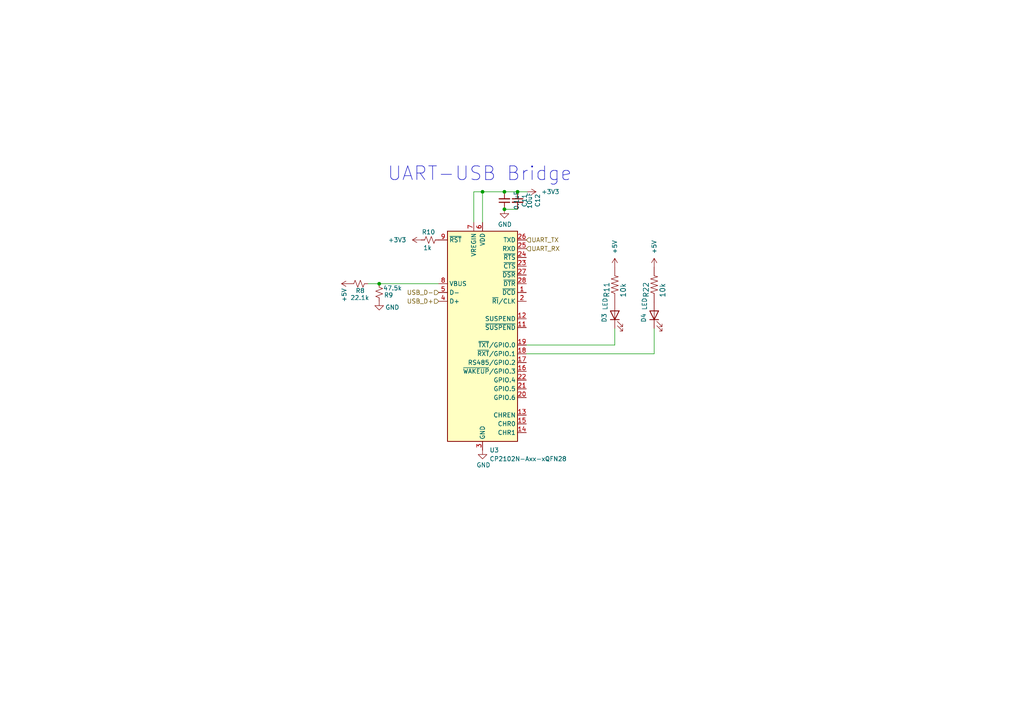
<source format=kicad_sch>
(kicad_sch (version 20230121) (generator eeschema)
  (paper "A4")
  (lib_symbols
    (symbol "Device:C_Small" (pin_numbers hide) (pin_names (offset 0.254) hide)
      (property "Reference" "C" (at 0.254 1.778 0))
      (property "Value" "C_Small" (at 0.254 -2.032 0))
      (symbol "C_Small_0_1"
        (polyline (pts (xy -1.524 -0.508) (xy 1.524 -0.508)) (stroke (width 0.3302)))
        (polyline (pts (xy -1.524 0.508) (xy 1.524 0.508)) (stroke (width 0.3048)))
      )
      (symbol "C_Small_1_1"
        (pin passive line (at 0 2.54 270) (length 2.032) (name "~") (number "1"))
        (pin passive line (at 0 -2.54 90) (length 2.032) (name "~") (number "2"))
      )
    )
    (symbol "Device:LED" (pin_numbers hide) (pin_names (offset 1.016) hide)
      (property "Reference" "D" (at 0 2.54 0))
      (property "Value" "LED" (at 0 -2.54 0))
      (symbol "LED_0_1"
        (polyline (pts (xy -1.27 -1.27) (xy -1.27 1.27)) (stroke (width 0.254)))
        (polyline (pts (xy -1.27 0) (xy 1.27 0)))
        (polyline (pts (xy 1.27 -1.27) (xy 1.27 1.27) (xy -1.27 0) (xy 1.27 -1.27)) (stroke (width 0.254)))
        (polyline (pts (xy -3.048 -0.762) (xy -4.572 -2.286) (xy -3.81 -2.286) (xy -4.572 -2.286) (xy -4.572 -1.524)))
        (polyline (pts (xy -1.778 -0.762) (xy -3.302 -2.286) (xy -2.54 -2.286) (xy -3.302 -2.286) (xy -3.302 -1.524)))
      )
      (symbol "LED_1_1"
        (pin passive line (at -3.81 0 0) (length 2.54) (name "K") (number "1"))
        (pin passive line (at 3.81 0 180) (length 2.54) (name "A") (number "2"))
      )
    )
    (symbol "Device:R_Small_US" (pin_numbers hide) (pin_names (offset 0.254) hide)
      (property "Reference" "R" (at 0.762 0.508 0))
      (property "Value" "R_Small_US" (at 0.762 -1.016 0))
      (symbol "R_Small_US_1_1"
        (polyline (pts (xy 0 0) (xy 1.016 -0.381) (xy 0 -0.762) (xy -1.016 -1.143) (xy 0 -1.524)))
        (polyline (pts (xy 0 1.524) (xy 1.016 1.143) (xy 0 0.762) (xy -1.016 0.381) (xy 0 0)))
        (pin passive line (at 0 2.54 270) (length 1.016) (name "~") (number "1"))
        (pin passive line (at 0 -2.54 90) (length 1.016) (name "~") (number "2"))
      )
    )
    (symbol "EK-TM4C1294XL_REV_D-eagle-import:R-US_R0402" (pin_names (offset 1.016))
      (property "Reference" "R" (at -3.81 1.4986 0))
      (property "Value" "R-US_R0402" (at -3.81 -3.302 0))
      (symbol "R-US_R0402_1_0"
        (polyline (pts (xy -2.54 0) (xy -2.159 1.016)))
        (polyline (pts (xy -2.159 1.016) (xy -1.524 -1.016)))
        (polyline (pts (xy -1.524 -1.016) (xy -0.889 1.016)))
        (polyline (pts (xy -0.889 1.016) (xy -0.254 -1.016)))
        (polyline (pts (xy -0.254 -1.016) (xy 0.381 1.016)))
        (polyline (pts (xy 0.381 1.016) (xy 1.016 -1.016)))
        (polyline (pts (xy 1.016 -1.016) (xy 1.651 1.016)))
        (polyline (pts (xy 1.651 1.016) (xy 2.286 -1.016)))
        (polyline (pts (xy 2.286 -1.016) (xy 2.54 0)))
        (pin passive line (at -5.08 0 0) (length 2.54) (name "1") (number "1"))
        (pin passive line (at 5.08 0 180) (length 2.54) (name "2") (number "2"))
      )
    )
    (symbol "Interface_USB:CP2102N-Axx-xQFN28"
      (property "Reference" "U" (at -8.89 31.75 0))
      (property "Value" "CP2102N-Axx-xQFN28" (at 12.7 31.75 0))
      (symbol "CP2102N-Axx-xQFN28_0_1"
        (rectangle (start -10.16 30.48) (end 10.16 -30.48) (stroke (width 0.254)) (fill (type background)))
      )
      (symbol "CP2102N-Axx-xQFN28_1_1"
        (pin input line (at 12.7 12.7 180) (length 2.54) (name "~{DCD}") (number "1"))
        (pin no_connect line (at -10.16 -27.94 0) (length 2.54) hide (name "NC") (number "10"))
        (pin output line (at 12.7 2.54 180) (length 2.54) (name "~{SUSPEND}") (number "11"))
        (pin output line (at 12.7 5.08 180) (length 2.54) (name "SUSPEND") (number "12"))
        (pin output line (at 12.7 -22.86 180) (length 2.54) (name "CHREN") (number "13"))
        (pin output line (at 12.7 -27.94 180) (length 2.54) (name "CHR1") (number "14"))
        (pin output line (at 12.7 -25.4 180) (length 2.54) (name "CHR0") (number "15"))
        (pin bidirectional line (at 12.7 -10.16 180) (length 2.54) (name "~{WAKEUP}/GPIO.3") (number "16"))
        (pin bidirectional line (at 12.7 -7.62 180) (length 2.54) (name "RS485/GPIO.2") (number "17"))
        (pin bidirectional line (at 12.7 -5.08 180) (length 2.54) (name "~{RXT}/GPIO.1") (number "18"))
        (pin bidirectional line (at 12.7 -2.54 180) (length 2.54) (name "~{TXT}/GPIO.0") (number "19"))
        (pin bidirectional line (at 12.7 10.16 180) (length 2.54) (name "~{RI}/CLK") (number "2"))
        (pin bidirectional line (at 12.7 -17.78 180) (length 2.54) (name "GPIO.6") (number "20"))
        (pin bidirectional line (at 12.7 -15.24 180) (length 2.54) (name "GPIO.5") (number "21"))
        (pin bidirectional line (at 12.7 -12.7 180) (length 2.54) (name "GPIO.4") (number "22"))
        (pin input line (at 12.7 20.32 180) (length 2.54) (name "~{CTS}") (number "23"))
        (pin output line (at 12.7 22.86 180) (length 2.54) (name "~{RTS}") (number "24"))
        (pin input line (at 12.7 25.4 180) (length 2.54) (name "RXD") (number "25"))
        (pin output line (at 12.7 27.94 180) (length 2.54) (name "TXD") (number "26"))
        (pin input line (at 12.7 17.78 180) (length 2.54) (name "~{DSR}") (number "27"))
        (pin output line (at 12.7 15.24 180) (length 2.54) (name "~{DTR}") (number "28"))
        (pin passive line (at 0 -33.02 90) (length 2.54) hide (name "GND") (number "29"))
        (pin power_in line (at 0 -33.02 90) (length 2.54) (name "GND") (number "3"))
        (pin bidirectional line (at -12.7 10.16 0) (length 2.54) (name "D+") (number "4"))
        (pin bidirectional line (at -12.7 12.7 0) (length 2.54) (name "D-") (number "5"))
        (pin power_in line (at 0 33.02 270) (length 2.54) (name "VDD") (number "6"))
        (pin power_in line (at -2.54 33.02 270) (length 2.54) (name "VREGIN") (number "7"))
        (pin input line (at -12.7 15.24 0) (length 2.54) (name "VBUS") (number "8"))
        (pin input line (at -12.7 27.94 0) (length 2.54) (name "~{RST}") (number "9"))
      )
    )
    (symbol "power:+3.3V" (power) (pin_names (offset 0))
      (property "Value" "+3.3V" (at 0 3.556 0))
      (symbol "+3.3V_0_1"
        (polyline (pts (xy -0.762 1.27) (xy 0 2.54)))
        (polyline (pts (xy 0 0) (xy 0 2.54)))
        (polyline (pts (xy 0 2.54) (xy 0.762 1.27)))
      )
      (symbol "+3.3V_1_1"
        (pin power_in line (at 0 0 90) (length 0) hide (name "+3V3") (number "1"))
      )
    )
    (symbol "power:+5V" (power) (pin_names (offset 0))
      (property "Value" "+5V" (at 0 3.556 0))
      (symbol "+5V_0_1"
        (polyline (pts (xy -0.762 1.27) (xy 0 2.54)))
        (polyline (pts (xy 0 0) (xy 0 2.54)))
        (polyline (pts (xy 0 2.54) (xy 0.762 1.27)))
      )
      (symbol "+5V_1_1"
        (pin power_in line (at 0 0 90) (length 0) hide (name "+5V") (number "1"))
      )
    )
    (symbol "power:GND" (power) (pin_names (offset 0))
      (property "Value" "GND" (at 0 -3.81 0))
      (symbol "GND_0_1"
        (polyline (pts (xy 0 0) (xy 0 -1.27) (xy 1.27 -1.27) (xy 0 -2.54) (xy -1.27 -1.27) (xy 0 -1.27)))
      )
      (symbol "GND_1_1"
        (pin power_in line (at 0 0 270) (length 0) hide (name "GND") (number "1"))
      )
    )
  )
  (junction (at 146.304 55.626))
  (junction (at 146.304 60.706))
  (junction (at 139.954 55.626))
  (junction (at 150.114 55.626))
  (junction (at 109.982 82.296))
  (wire (pts (xy 189.738 95.25) (xy 189.738 102.616)))
  (wire (pts (xy 106.68 82.296) (xy 109.982 82.296)))
  (wire (pts (xy 137.414 55.626) (xy 137.414 64.516)))
  (wire (pts (xy 150.114 55.626) (xy 152.908 55.626)))
  (wire (pts (xy 137.414 55.626) (xy 139.954 55.626)))
  (wire (pts (xy 146.304 60.706) (xy 150.114 60.706)))
  (wire (pts (xy 109.982 82.296) (xy 127.254 82.296)))
  (wire (pts (xy 139.954 55.626) (xy 139.954 64.516)))
  (wire (pts (xy 139.954 55.626) (xy 146.304 55.626)))
  (wire (pts (xy 189.738 102.616) (xy 152.654 102.616)))
  (wire (pts (xy 178.308 95.25) (xy 178.308 100.076)))
  (wire (pts (xy 146.304 55.626) (xy 150.114 55.626)))
  (wire (pts (xy 178.308 100.076) (xy 152.654 100.076)))
  (text "UART-USB Bridge" (at 112.268 52.832 0) (effects (font (size 3.9878 3.9878)) (justify left bottom)))
  (hierarchical_label "USB_D-" (shape input) (at 127.254 84.836 180))
  (hierarchical_label "UART_RX" (shape input) (at 152.654 72.136 0))
  (hierarchical_label "UART_TX" (shape input) (at 152.654 69.596 0))
  (hierarchical_label "USB_D+" (shape input) (at 127.254 87.376 180))
  (symbol (lib_id "Device:C_Small") (at 146.304 58.166 180) (unit 1)
    (property "Reference" "C11" (at 152.1206 58.166 90))
    (property "Value" "0.1uF" (at 149.8092 58.166 90))
    (property "Footprint" "Capacitor_SMD:C_0402_1005Metric" (effects hide))
  )
  (symbol (lib_id "power:+5V") (at 101.6 82.296 90) (unit 1)
    (property "Reference" "#PWR0138" (effects hide))
    (property "Value" "+5V" (at 99.822 83.566 0) (effects (justify right)))
  )
  (symbol (lib_id "Interface_USB:CP2102N-Axx-xQFN28") (at 139.954 97.536 0) (unit 1)
    (property "Reference" "U3" (at 141.9734 130.556 0) (effects (justify left)))
    (property "Value" "CP2102N-Axx-xQFN28" (at 141.9734 133.096 0) (effects (justify left)))
    (property "Footprint" "Package_DFN_QFN:QFN-28-1EP_5x5mm_P0.5mm_EP3.35x3.35mm" (effects hide))
    (property "Datasheet" "https://www.silabs.com/documents/public/data-sheets/cp2102n-datasheet.pdf" (effects hide))
    (property "LCSC" "C6568" (effects hide))
  )
  (symbol (lib_id "Device:C_Small") (at 150.114 58.166 0) (unit 1)
    (property "Reference" "C12" (at 155.9306 58.166 90))
    (property "Value" "10uF" (at 153.6192 58.166 90))
    (property "Footprint" "Capacitor_SMD:C_0402_1005Metric" (effects hide))
  )
  (symbol (lib_id "Device:LED") (at 189.738 91.44 90) (unit 1)
    (property "Reference" "D4" (at 186.69 92.202 0))
    (property "Value" "LED" (at 186.944 88.138 0))
    (property "Footprint" "LED_SMD:LED_0603_1608Metric" (effects hide))
    (property "LCSC" "C2286" (effects hide))
  )
  (symbol (lib_id "power:GND") (at 139.954 130.556 0) (unit 1)
    (property "Reference" "#PWR0136" (effects hide))
    (property "Value" "GND" (at 138.176 134.874 0) (effects (justify left)))
  )
  (symbol (lib_id "power:+3.3V") (at 122.174 69.596 90) (unit 1)
    (property "Reference" "#PWR0141" (effects hide))
    (property "Value" "+3.3V" (at 117.856 69.5959 90) (effects (justify left)))
  )
  (symbol (lib_id "Device:R_Small_US") (at 124.714 69.596 270) (unit 1)
    (property "Reference" "R10" (at 126.238 67.31 90) (effects (justify right)))
    (property "Value" "1k" (at 125.222 71.882 90) (effects (justify right)))
    (property "Footprint" "Resistor_SMD:R_0402_1005Metric" (effects hide))
  )
  (symbol (lib_id "power:+3.3V") (at 152.908 55.626 270) (unit 1)
    (property "Reference" "#PWR0139" (effects hide))
    (property "Value" "+3.3V" (at 156.972 55.6259 90) (effects (justify left)))
  )
  (symbol (lib_id "Device:R_Small_US") (at 104.14 82.296 90) (unit 1)
    (property "Reference" "R8" (at 103.124 84.328 90) (effects (justify right)))
    (property "Value" "22.1k" (at 101.6 86.36 90) (effects (justify right)))
    (property "Footprint" "Resistor_SMD:R_0402_1005Metric" (effects hide))
  )
  (symbol (lib_id "power:GND") (at 109.982 87.376 0) (unit 1)
    (property "Reference" "#PWR0137" (effects hide))
    (property "Value" "GND" (at 113.792 89.154 0))
  )
  (symbol (lib_id "Device:R_Small_US") (at 109.982 84.836 0) (unit 1)
    (property "Reference" "R9" (at 114.046 85.598 0) (effects (justify right)))
    (property "Value" "47.5k" (at 116.586 83.566 0) (effects (justify right)))
    (property "Footprint" "Resistor_SMD:R_0402_1005Metric" (effects hide))
  )
  (symbol (lib_id "power:GND") (at 146.304 60.706 0) (unit 1)
    (property "Reference" "#PWR0140" (effects hide))
    (property "Value" "GND" (at 146.431 65.1002 0))
  )
  (symbol (lib_id "Device:LED") (at 178.308 91.44 90) (unit 1)
    (property "Reference" "D3" (at 175.26 92.202 0))
    (property "Value" "LED" (at 175.514 88.138 0))
    (property "Footprint" "LED_SMD:LED_0603_1608Metric" (effects hide))
    (property "LCSC" "C2286" (effects hide))
  )
  (symbol (lib_id "power:+5V") (at 178.308 77.47 0) (unit 1)
    (property "Reference" "#PWR0142" (effects hide))
    (property "Value" "+5V" (at 178.308 69.596 90) (effects (justify right)))
  )
  (symbol (lib_id "power:+5V") (at 189.738 77.47 0) (unit 1)
    (property "Reference" "#PWR0143" (effects hide))
    (property "Value" "+5V" (at 189.738 69.596 90) (effects (justify right)))
  )
  (symbol (lib_id "EK-TM4C1294XL_REV_D-eagle-import:R-US_R0402") (at 189.738 82.55 90) (unit 1)
    (property "Reference" "R22" (at 188.2394 86.36 0) (effects (font (size 1.4986 1.4986)) (justify left bottom)))
    (property "Value" "10k" (at 193.04 86.36 0) (effects (font (size 1.4986 1.4986)) (justify left bottom)))
    (property "Footprint" "Resistor_SMD:R_0603_1608Metric" (effects hide))
    (property "GNUM" "G11-R0402-3300-AAA" (effects hide))
    (property "LCSC" "C25804" (effects hide))
  )
  (symbol (lib_id "EK-TM4C1294XL_REV_D-eagle-import:R-US_R0402") (at 178.308 82.55 90) (unit 1)
    (property "Reference" "R11" (at 176.8094 86.36 0) (effects (font (size 1.4986 1.4986)) (justify left bottom)))
    (property "Value" "10k" (at 181.61 86.36 0) (effects (font (size 1.4986 1.4986)) (justify left bottom)))
    (property "Footprint" "Resistor_SMD:R_0603_1608Metric" (effects hide))
    (property "GNUM" "G11-R0402-3300-AAA" (effects hide))
    (property "LCSC" "C25804" (effects hide))
  )
)
</source>
